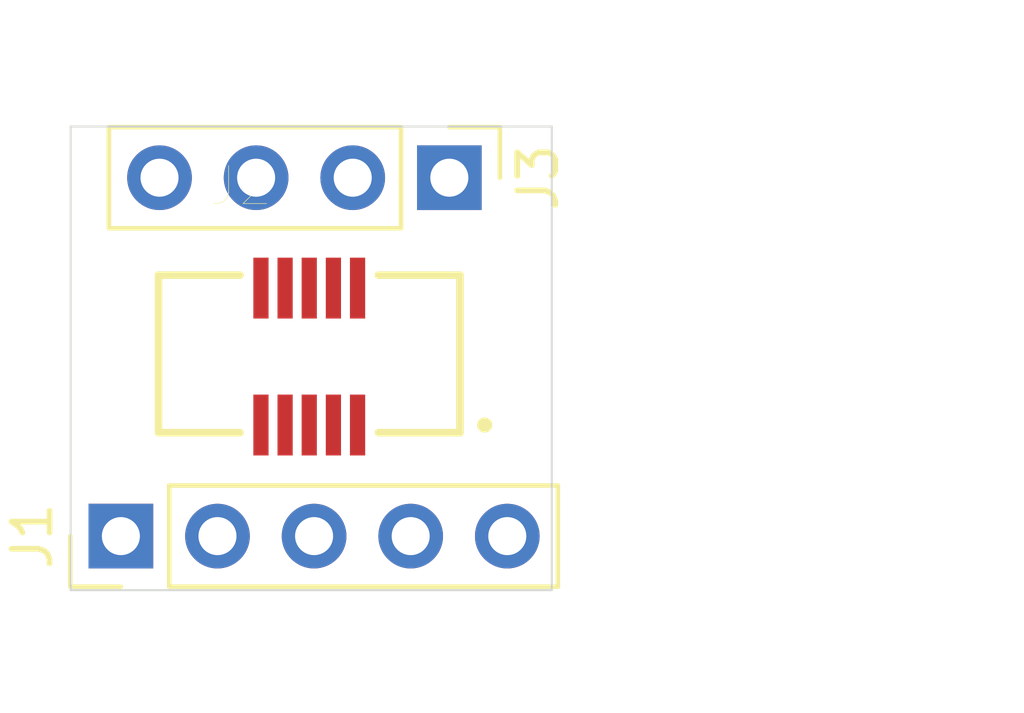
<source format=kicad_pcb>
(kicad_pcb (version 20171130) (host pcbnew 5.1.7-a382d34a8~88~ubuntu20.04.1)

  (general
    (thickness 1.6)
    (drawings 5)
    (tracks 0)
    (zones 0)
    (modules 3)
    (nets 11)
  )

  (page A4)
  (layers
    (0 F.Cu signal)
    (31 B.Cu signal)
    (32 B.Adhes user)
    (33 F.Adhes user)
    (34 B.Paste user)
    (35 F.Paste user)
    (36 B.SilkS user)
    (37 F.SilkS user)
    (38 B.Mask user)
    (39 F.Mask user)
    (40 Dwgs.User user)
    (41 Cmts.User user)
    (42 Eco1.User user)
    (43 Eco2.User user)
    (44 Edge.Cuts user)
    (45 Margin user)
    (46 B.CrtYd user)
    (47 F.CrtYd user)
    (48 B.Fab user)
    (49 F.Fab user)
  )

  (setup
    (last_trace_width 0.25)
    (trace_clearance 0.2)
    (zone_clearance 0.508)
    (zone_45_only no)
    (trace_min 0.2)
    (via_size 0.8)
    (via_drill 0.4)
    (via_min_size 0.4)
    (via_min_drill 0.3)
    (uvia_size 0.3)
    (uvia_drill 0.1)
    (uvias_allowed no)
    (uvia_min_size 0.2)
    (uvia_min_drill 0.1)
    (edge_width 0.05)
    (segment_width 0.2)
    (pcb_text_width 0.3)
    (pcb_text_size 1.5 1.5)
    (mod_edge_width 0.12)
    (mod_text_size 1 1)
    (mod_text_width 0.15)
    (pad_size 1.524 1.524)
    (pad_drill 0.762)
    (pad_to_mask_clearance 0)
    (aux_axis_origin 0 0)
    (visible_elements FFFFFF7F)
    (pcbplotparams
      (layerselection 0x010fc_ffffffff)
      (usegerberextensions false)
      (usegerberattributes true)
      (usegerberadvancedattributes true)
      (creategerberjobfile true)
      (excludeedgelayer true)
      (linewidth 0.100000)
      (plotframeref false)
      (viasonmask false)
      (mode 1)
      (useauxorigin false)
      (hpglpennumber 1)
      (hpglpenspeed 20)
      (hpglpendiameter 15.000000)
      (psnegative false)
      (psa4output false)
      (plotreference true)
      (plotvalue true)
      (plotinvisibletext false)
      (padsonsilk false)
      (subtractmaskfromsilk false)
      (outputformat 1)
      (mirror false)
      (drillshape 1)
      (scaleselection 1)
      (outputdirectory ""))
  )

  (net 0 "")
  (net 1 "Net-(J2-Pad10)")
  (net 2 "Net-(J1-Pad1)")
  (net 3 "Net-(J2-Pad08)")
  (net 4 "Net-(J1-Pad2)")
  (net 5 "Net-(J2-Pad06)")
  (net 6 "Net-(J1-Pad3)")
  (net 7 "Net-(J2-Pad04)")
  (net 8 "Net-(J1-Pad4)")
  (net 9 "Net-(J2-Pad02)")
  (net 10 "Net-(J1-Pad5)")

  (net_class Default "This is the default net class."
    (clearance 0.2)
    (trace_width 0.25)
    (via_dia 0.8)
    (via_drill 0.4)
    (uvia_dia 0.3)
    (uvia_drill 0.1)
    (add_net "Net-(J1-Pad1)")
    (add_net "Net-(J1-Pad2)")
    (add_net "Net-(J1-Pad3)")
    (add_net "Net-(J1-Pad4)")
    (add_net "Net-(J1-Pad5)")
    (add_net "Net-(J2-Pad02)")
    (add_net "Net-(J2-Pad04)")
    (add_net "Net-(J2-Pad06)")
    (add_net "Net-(J2-Pad08)")
    (add_net "Net-(J2-Pad10)")
  )

  (module Connector_PinHeader_2.54mm:PinHeader_1x04_P2.54mm_Vertical (layer F.Cu) (tedit 59FED5CC) (tstamp 60347178)
    (at 100.9142 48.8696 270)
    (descr "Through hole straight pin header, 1x04, 2.54mm pitch, single row")
    (tags "Through hole pin header THT 1x04 2.54mm single row")
    (path /6034225B)
    (fp_text reference J3 (at 0 -2.33 90) (layer F.SilkS)
      (effects (font (size 1 1) (thickness 0.15)))
    )
    (fp_text value Conn_01x04 (at 0 9.95 90) (layer F.Fab)
      (effects (font (size 1 1) (thickness 0.15)))
    )
    (fp_line (start 1.8 -1.8) (end -1.8 -1.8) (layer F.CrtYd) (width 0.05))
    (fp_line (start 1.8 9.4) (end 1.8 -1.8) (layer F.CrtYd) (width 0.05))
    (fp_line (start -1.8 9.4) (end 1.8 9.4) (layer F.CrtYd) (width 0.05))
    (fp_line (start -1.8 -1.8) (end -1.8 9.4) (layer F.CrtYd) (width 0.05))
    (fp_line (start -1.33 -1.33) (end 0 -1.33) (layer F.SilkS) (width 0.12))
    (fp_line (start -1.33 0) (end -1.33 -1.33) (layer F.SilkS) (width 0.12))
    (fp_line (start -1.33 1.27) (end 1.33 1.27) (layer F.SilkS) (width 0.12))
    (fp_line (start 1.33 1.27) (end 1.33 8.95) (layer F.SilkS) (width 0.12))
    (fp_line (start -1.33 1.27) (end -1.33 8.95) (layer F.SilkS) (width 0.12))
    (fp_line (start -1.33 8.95) (end 1.33 8.95) (layer F.SilkS) (width 0.12))
    (fp_line (start -1.27 -0.635) (end -0.635 -1.27) (layer F.Fab) (width 0.1))
    (fp_line (start -1.27 8.89) (end -1.27 -0.635) (layer F.Fab) (width 0.1))
    (fp_line (start 1.27 8.89) (end -1.27 8.89) (layer F.Fab) (width 0.1))
    (fp_line (start 1.27 -1.27) (end 1.27 8.89) (layer F.Fab) (width 0.1))
    (fp_line (start -0.635 -1.27) (end 1.27 -1.27) (layer F.Fab) (width 0.1))
    (fp_text user %R (at 0 3.81) (layer F.Fab)
      (effects (font (size 1 1) (thickness 0.15)))
    )
    (pad 1 thru_hole rect (at 0 0 270) (size 1.7 1.7) (drill 1) (layers *.Cu *.Mask)
      (net 9 "Net-(J2-Pad02)"))
    (pad 2 thru_hole oval (at 0 2.54 270) (size 1.7 1.7) (drill 1) (layers *.Cu *.Mask)
      (net 7 "Net-(J2-Pad04)"))
    (pad 3 thru_hole oval (at 0 5.08 270) (size 1.7 1.7) (drill 1) (layers *.Cu *.Mask)
      (net 5 "Net-(J2-Pad06)"))
    (pad 4 thru_hole oval (at 0 7.62 270) (size 1.7 1.7) (drill 1) (layers *.Cu *.Mask)
      (net 3 "Net-(J2-Pad08)"))
    (model ${KISYS3DMOD}/Connector_PinHeader_2.54mm.3dshapes/PinHeader_1x04_P2.54mm_Vertical.wrl
      (at (xyz 0 0 0))
      (scale (xyz 1 1 1))
      (rotate (xyz 0 0 0))
    )
  )

  (module Connector_PinHeader_2.54mm:PinHeader_1x05_P2.54mm_Vertical (layer F.Cu) (tedit 59FED5CC) (tstamp 6034715F)
    (at 92.2782 58.293 90)
    (descr "Through hole straight pin header, 1x05, 2.54mm pitch, single row")
    (tags "Through hole pin header THT 1x05 2.54mm single row")
    (path /60341997)
    (fp_text reference J1 (at 0 -2.33 90) (layer F.SilkS)
      (effects (font (size 1 1) (thickness 0.15)))
    )
    (fp_text value Conn_01x05 (at 0 12.49 90) (layer F.Fab)
      (effects (font (size 1 1) (thickness 0.15)))
    )
    (fp_text user %R (at 0 5.08) (layer F.Fab)
      (effects (font (size 1 1) (thickness 0.15)))
    )
    (fp_line (start -0.635 -1.27) (end 1.27 -1.27) (layer F.Fab) (width 0.1))
    (fp_line (start 1.27 -1.27) (end 1.27 11.43) (layer F.Fab) (width 0.1))
    (fp_line (start 1.27 11.43) (end -1.27 11.43) (layer F.Fab) (width 0.1))
    (fp_line (start -1.27 11.43) (end -1.27 -0.635) (layer F.Fab) (width 0.1))
    (fp_line (start -1.27 -0.635) (end -0.635 -1.27) (layer F.Fab) (width 0.1))
    (fp_line (start -1.33 11.49) (end 1.33 11.49) (layer F.SilkS) (width 0.12))
    (fp_line (start -1.33 1.27) (end -1.33 11.49) (layer F.SilkS) (width 0.12))
    (fp_line (start 1.33 1.27) (end 1.33 11.49) (layer F.SilkS) (width 0.12))
    (fp_line (start -1.33 1.27) (end 1.33 1.27) (layer F.SilkS) (width 0.12))
    (fp_line (start -1.33 0) (end -1.33 -1.33) (layer F.SilkS) (width 0.12))
    (fp_line (start -1.33 -1.33) (end 0 -1.33) (layer F.SilkS) (width 0.12))
    (fp_line (start -1.8 -1.8) (end -1.8 11.95) (layer F.CrtYd) (width 0.05))
    (fp_line (start -1.8 11.95) (end 1.8 11.95) (layer F.CrtYd) (width 0.05))
    (fp_line (start 1.8 11.95) (end 1.8 -1.8) (layer F.CrtYd) (width 0.05))
    (fp_line (start 1.8 -1.8) (end -1.8 -1.8) (layer F.CrtYd) (width 0.05))
    (pad 5 thru_hole oval (at 0 10.16 90) (size 1.7 1.7) (drill 1) (layers *.Cu *.Mask)
      (net 10 "Net-(J1-Pad5)"))
    (pad 4 thru_hole oval (at 0 7.62 90) (size 1.7 1.7) (drill 1) (layers *.Cu *.Mask)
      (net 8 "Net-(J1-Pad4)"))
    (pad 3 thru_hole oval (at 0 5.08 90) (size 1.7 1.7) (drill 1) (layers *.Cu *.Mask)
      (net 6 "Net-(J1-Pad3)"))
    (pad 2 thru_hole oval (at 0 2.54 90) (size 1.7 1.7) (drill 1) (layers *.Cu *.Mask)
      (net 4 "Net-(J1-Pad2)"))
    (pad 1 thru_hole rect (at 0 0 90) (size 1.7 1.7) (drill 1) (layers *.Cu *.Mask)
      (net 2 "Net-(J1-Pad1)"))
    (model ${KISYS3DMOD}/Connector_PinHeader_2.54mm.3dshapes/PinHeader_1x05_P2.54mm_Vertical.wrl
      (at (xyz 0 0 0))
      (scale (xyz 1 1 1))
      (rotate (xyz 0 0 0))
    )
  )

  (module LSS-105-01-L-DV-A:SAMTEC_LSS-105-01-L-DV-A (layer F.Cu) (tedit 5FB84752) (tstamp 603452F4)
    (at 98.5012 55.372)
    (path /6034153C)
    (fp_text reference J2 (at -3.057 -6.285) (layer F.SilkS)
      (effects (font (size 1 1) (thickness 0.015)))
    )
    (fp_text value LSS-105-01-L-DV-A (at 9.008 2.665) (layer F.Fab)
      (effects (font (size 1 1) (thickness 0.015)))
    )
    (fp_line (start -5.232 0.2) (end -5.232 -3.94) (layer F.Fab) (width 0.1))
    (fp_line (start -5.232 -3.94) (end 2.692 -3.94) (layer F.Fab) (width 0.1))
    (fp_line (start 2.692 -3.94) (end 2.692 0.2) (layer F.Fab) (width 0.1))
    (fp_line (start 2.692 0.2) (end -5.232 0.2) (layer F.Fab) (width 0.1))
    (fp_line (start -5.232 0.2) (end -5.232 -3.94) (layer F.SilkS) (width 0.2))
    (fp_line (start 2.692 -3.94) (end 2.692 0.2) (layer F.SilkS) (width 0.2))
    (fp_line (start -5.232 -3.94) (end -3.09 -3.94) (layer F.SilkS) (width 0.2))
    (fp_line (start 0.55 -3.94) (end 2.692 -3.94) (layer F.SilkS) (width 0.2))
    (fp_line (start 0.55 0.2) (end 2.692 0.2) (layer F.SilkS) (width 0.2))
    (fp_line (start -3.09 0.2) (end -5.232 0.2) (layer F.SilkS) (width 0.2))
    (fp_line (start -5.482 1.05) (end -5.482 -4.65) (layer F.CrtYd) (width 0.05))
    (fp_line (start -5.482 -4.65) (end 2.942 -4.65) (layer F.CrtYd) (width 0.05))
    (fp_line (start 2.942 -4.65) (end 2.942 1.05) (layer F.CrtYd) (width 0.05))
    (fp_line (start 2.942 1.05) (end -5.482 1.05) (layer F.CrtYd) (width 0.05))
    (fp_circle (center 3.342 0) (end 3.442 0) (layer F.SilkS) (width 0.2))
    (fp_circle (center 3.342 0) (end 3.442 0) (layer F.Fab) (width 0.2))
    (pad 10 smd rect (at -2.54 -3.6) (size 0.4 1.6) (layers F.Cu F.Paste F.Mask)
      (net 1 "Net-(J2-Pad10)"))
    (pad 09 smd rect (at -2.54 0) (size 0.4 1.6) (layers F.Cu F.Paste F.Mask)
      (net 2 "Net-(J1-Pad1)"))
    (pad 08 smd rect (at -1.905 -3.6) (size 0.4 1.6) (layers F.Cu F.Paste F.Mask)
      (net 3 "Net-(J2-Pad08)"))
    (pad 07 smd rect (at -1.905 0) (size 0.4 1.6) (layers F.Cu F.Paste F.Mask)
      (net 4 "Net-(J1-Pad2)"))
    (pad 06 smd rect (at -1.27 -3.6) (size 0.4 1.6) (layers F.Cu F.Paste F.Mask)
      (net 5 "Net-(J2-Pad06)"))
    (pad 05 smd rect (at -1.27 0) (size 0.4 1.6) (layers F.Cu F.Paste F.Mask)
      (net 6 "Net-(J1-Pad3)"))
    (pad 04 smd rect (at -0.635 -3.6) (size 0.4 1.6) (layers F.Cu F.Paste F.Mask)
      (net 7 "Net-(J2-Pad04)"))
    (pad 03 smd rect (at -0.635 0) (size 0.4 1.6) (layers F.Cu F.Paste F.Mask)
      (net 8 "Net-(J1-Pad4)"))
    (pad 02 smd rect (at 0 -3.6) (size 0.4 1.6) (layers F.Cu F.Paste F.Mask)
      (net 9 "Net-(J2-Pad02)"))
    (pad 01 smd rect (at 0 0) (size 0.4 1.6) (layers F.Cu F.Paste F.Mask)
      (net 10 "Net-(J1-Pad5)"))
    (pad None np_thru_hole circle (at 1.067 -2.9) (size 0.89 0.89) (drill 0.89) (layers *.Cu *.Mask))
    (pad None np_thru_hole circle (at -3.607 -2.9) (size 0.89 0.89) (drill 0.89) (layers *.Cu *.Mask))
  )

  (gr_line (start 90.9574 59.7154) (end 90.9574 59.5884) (layer Edge.Cuts) (width 0.05) (tstamp 603475C6))
  (gr_line (start 103.6066 59.7154) (end 90.9574 59.7154) (layer Edge.Cuts) (width 0.05))
  (gr_line (start 103.6066 47.5234) (end 103.6066 59.7154) (layer Edge.Cuts) (width 0.05))
  (gr_line (start 90.9574 47.5234) (end 103.6066 47.5234) (layer Edge.Cuts) (width 0.05))
  (gr_line (start 90.9574 59.5884) (end 90.9574 47.5234) (layer Edge.Cuts) (width 0.05))

)

</source>
